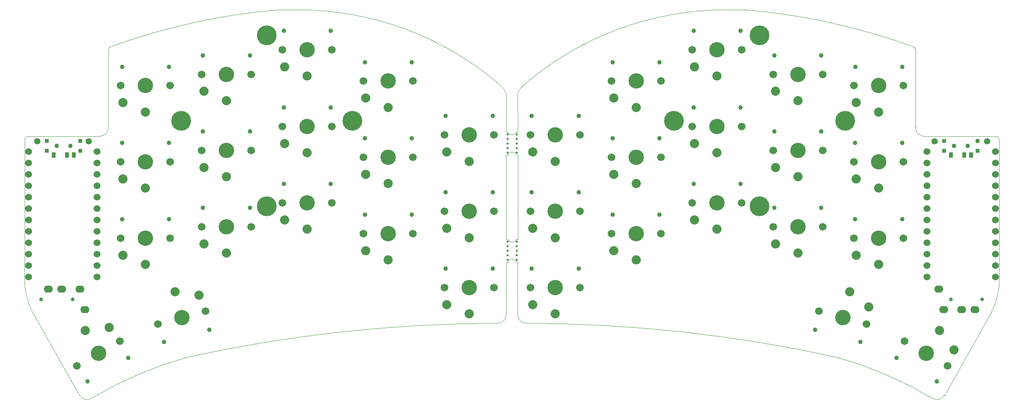
<source format=gbs>
%TF.GenerationSoftware,KiCad,Pcbnew,(6.0.4)*%
%TF.CreationDate,2022-04-16T22:52:17+02:00*%
%TF.ProjectId,sweepv2.1-julien,73776565-7076-4322-9e31-2d6a756c6965,rev?*%
%TF.SameCoordinates,Original*%
%TF.FileFunction,Soldermask,Bot*%
%TF.FilePolarity,Negative*%
%FSLAX46Y46*%
G04 Gerber Fmt 4.6, Leading zero omitted, Abs format (unit mm)*
G04 Created by KiCad (PCBNEW (6.0.4)) date 2022-04-16 22:52:17*
%MOMM*%
%LPD*%
G01*
G04 APERTURE LIST*
%TA.AperFunction,Profile*%
%ADD10C,0.050000*%
%TD*%
%ADD11C,1.524000*%
%ADD12C,0.800000*%
%ADD13O,2.000000X1.600000*%
%ADD14C,1.701800*%
%ADD15C,0.990600*%
%ADD16C,3.429000*%
%ADD17C,2.032000*%
%ADD18C,0.500000*%
%ADD19C,4.400000*%
%ADD20C,1.397000*%
%ADD21C,1.000000*%
%ADD22R,0.900000X0.900000*%
%ADD23R,0.900000X1.250000*%
G04 APERTURE END LIST*
D10*
X131508500Y-77724000D02*
X131506000Y-89547024D01*
X219998001Y-47763999D02*
X219998045Y-30439419D01*
X223714000Y-108050000D02*
G75*
G03*
X226446000Y-107451265I1070000J1650000D01*
G01*
X219998002Y-47763999D02*
G75*
G03*
X222033002Y-49694917I1999998J69999D01*
G01*
X219563295Y-29758875D02*
G75*
G03*
X182067777Y-21502679I-49442795J-135273425D01*
G01*
X178120389Y-21508122D02*
G75*
G03*
X132892692Y-38264646I-253989J-68729978D01*
G01*
X238688000Y-50442000D02*
G75*
G03*
X237938000Y-49692000I-750000J0D01*
G01*
X132893000Y-38265000D02*
G75*
G03*
X131466055Y-40278702I2445000J-3245000D01*
G01*
X131506294Y-89547021D02*
G75*
G03*
X133544000Y-91383119I1978006J146421D01*
G01*
X219998002Y-30439419D02*
G75*
G03*
X219563290Y-29758889I-750002J19D01*
G01*
X223714000Y-108050000D02*
G75*
G03*
X202185134Y-98863946I-44316000J-74040000D01*
G01*
X222033002Y-49694917D02*
X237938000Y-49692000D01*
X202185136Y-98863939D02*
G75*
G03*
X133544000Y-91383119I-69219136J-316475461D01*
G01*
X238688000Y-58420000D02*
X238688000Y-66548000D01*
X236953304Y-88858150D02*
X226446000Y-107451265D01*
X236953327Y-88858162D02*
G75*
G03*
X238700000Y-81534000I-15027227J7454062D01*
G01*
X182067777Y-21502679D02*
X178120389Y-21508139D01*
X238688000Y-50442000D02*
X238688000Y-58420000D01*
X131466055Y-40278702D02*
X131572000Y-48768000D01*
X129349500Y-48768000D02*
X128960000Y-48768000D01*
X238688000Y-66548000D02*
X238688000Y-75438000D01*
X238688000Y-75438000D02*
X238700000Y-81534000D01*
X129349500Y-72644000D02*
X128960000Y-72644000D01*
X129349500Y-53848000D02*
X128960000Y-53848000D01*
X129349500Y-77724000D02*
X128960000Y-77724000D01*
X131572000Y-53848000D02*
X131572000Y-72644000D01*
X78412223Y-21502679D02*
X82613611Y-21508139D01*
X21792000Y-50442000D02*
X21792000Y-58420000D01*
X128960000Y-77724000D02*
X128975507Y-89545022D01*
X129013945Y-40278702D02*
G75*
G03*
X127587000Y-38265000I-3871945J-1231298D01*
G01*
X126936000Y-91383122D02*
G75*
G03*
X128975507Y-89545022I59500J1984522D01*
G01*
X40481999Y-47763999D02*
X40481955Y-30439419D01*
X21792000Y-66548000D02*
X21792000Y-73914000D01*
X23526696Y-88858150D02*
X34034000Y-107451265D01*
X38446998Y-49694918D02*
G75*
G03*
X40481999Y-47763999I35002J2000918D01*
G01*
X78412223Y-21502678D02*
G75*
G03*
X40916710Y-29758889I11947327J-143529582D01*
G01*
X126936000Y-91383119D02*
G75*
G03*
X58294866Y-98863946I578050J-323956411D01*
G01*
X21779999Y-81534000D02*
G75*
G03*
X23526696Y-88858150I16773851J129950D01*
G01*
X22542000Y-49692000D02*
G75*
G03*
X21792000Y-50442000I0J-750000D01*
G01*
X38446998Y-49694917D02*
X22542000Y-49692000D01*
X21792000Y-58420000D02*
X21792000Y-66548000D01*
X40916692Y-29758850D02*
G75*
G03*
X40481955Y-30439419I315308J-680550D01*
G01*
X34034000Y-107451265D02*
G75*
G03*
X36766000Y-108050000I1662000J1051265D01*
G01*
X127586989Y-38265013D02*
G75*
G03*
X82613611Y-21508139I-44973389J-51973087D01*
G01*
X58294866Y-98863946D02*
G75*
G03*
X36766000Y-108050000I22787134J-83226054D01*
G01*
X21792000Y-73914000D02*
X21780000Y-81534000D01*
X128960000Y-53848000D02*
X128960000Y-72644000D01*
X129013945Y-40278702D02*
X128960000Y-48768000D01*
X131572000Y-72644000D02*
X131254500Y-72644000D01*
X129349501Y-48767999D02*
G75*
G03*
X131254499Y-48768000I952499J380999D01*
G01*
X131254499Y-77724001D02*
G75*
G03*
X129349501Y-77724000I-952499J-380999D01*
G01*
X131254499Y-53848001D02*
G75*
G03*
X129349501Y-53848000I-952499J-380999D01*
G01*
X131572000Y-48768000D02*
X131254500Y-48768000D01*
X129349501Y-72643999D02*
G75*
G03*
X131254499Y-72644000I952499J380999D01*
G01*
X131508500Y-77724000D02*
X131254500Y-77724000D01*
X131572000Y-53848000D02*
X131254500Y-53848000D01*
D11*
%TO.C,U1*%
X237789400Y-53086000D03*
X237789400Y-55626000D03*
X237789400Y-58166000D03*
X237789400Y-60706000D03*
X237789400Y-63246000D03*
X237789400Y-65786000D03*
X237789400Y-68326000D03*
X237789400Y-70866000D03*
X237789400Y-73406000D03*
X237789400Y-75946000D03*
X237789400Y-78486000D03*
X237789400Y-81026000D03*
X222569400Y-81026000D03*
X222569400Y-78486000D03*
X222569400Y-75946000D03*
X222569400Y-73406000D03*
X222569400Y-70866000D03*
X222569400Y-68326000D03*
X222569400Y-65786000D03*
X222569400Y-63246000D03*
X222569400Y-60706000D03*
X222569400Y-58166000D03*
X222569400Y-55626000D03*
X222569400Y-53086000D03*
%TD*%
D12*
%TO.C,J2*%
X227874000Y-86052000D03*
X234874000Y-86052000D03*
D13*
X230274000Y-88352000D03*
X233274000Y-88352000D03*
X225174000Y-83752000D03*
X226274000Y-88352000D03*
%TD*%
D14*
%TO.C,SW16*%
X181356000Y-64516000D03*
D15*
X181076000Y-60316000D03*
D16*
X175856000Y-64516000D03*
D15*
X170636000Y-60316000D03*
D14*
X170356000Y-64516000D03*
D17*
X175856000Y-70416000D03*
X170856000Y-68316000D03*
%TD*%
D16*
%TO.C,SW20*%
X222386000Y-98082000D03*
D15*
X224806653Y-104329307D03*
D14*
X227149140Y-100832000D03*
X217622860Y-95332000D03*
D15*
X215765347Y-99109307D03*
D17*
X225336000Y-92972450D03*
X228616127Y-97291103D03*
%TD*%
D16*
%TO.C,SW15*%
X157856000Y-71374000D03*
D14*
X152356000Y-71374000D03*
D15*
X163076000Y-67174000D03*
X152636000Y-67174000D03*
D14*
X163356000Y-71374000D03*
D17*
X157856000Y-77274000D03*
X152856000Y-75174000D03*
%TD*%
D15*
%TO.C,SW21*%
X207781093Y-95489924D03*
D14*
X198513408Y-88658495D03*
X209138592Y-91505505D03*
D16*
X203826000Y-90082000D03*
D15*
X197696827Y-92787853D03*
D17*
X205353032Y-84383038D03*
X209639142Y-87705577D03*
%TD*%
D14*
%TO.C,SW17*%
X199356000Y-69850000D03*
D15*
X199076000Y-65650000D03*
D16*
X193856000Y-69850000D03*
D14*
X188356000Y-69850000D03*
D15*
X188636000Y-65650000D03*
D17*
X193856000Y-75750000D03*
X188856000Y-73650000D03*
%TD*%
D16*
%TO.C,SW18*%
X211836000Y-72390000D03*
D14*
X206336000Y-72390000D03*
X217336000Y-72390000D03*
D15*
X217056000Y-68190000D03*
X206616000Y-68190000D03*
D17*
X211836000Y-78290000D03*
X206836000Y-76190000D03*
%TD*%
D15*
%TO.C,SW4*%
X170636000Y-26182000D03*
D14*
X170356000Y-30382000D03*
X181356000Y-30382000D03*
D16*
X175856000Y-30382000D03*
D15*
X181076000Y-26182000D03*
D17*
X175856000Y-36282000D03*
X170856000Y-34182000D03*
%TD*%
D14*
%TO.C,SW3*%
X152356000Y-37382000D03*
X163356000Y-37382000D03*
D15*
X163076000Y-33182000D03*
D16*
X157856000Y-37382000D03*
D15*
X152636000Y-33182000D03*
D17*
X157856000Y-43282000D03*
X152856000Y-41182000D03*
%TD*%
D14*
%TO.C,SW9*%
X163356000Y-54356000D03*
D16*
X157856000Y-54356000D03*
D15*
X152636000Y-50156000D03*
X163076000Y-50156000D03*
D14*
X152356000Y-54356000D03*
D17*
X157856000Y-60256000D03*
X152856000Y-58156000D03*
%TD*%
D15*
%TO.C,SW14*%
X134636000Y-79182000D03*
D14*
X145356000Y-83382000D03*
X134356000Y-83382000D03*
D16*
X139856000Y-83382000D03*
D15*
X145076000Y-79182000D03*
D17*
X139856000Y-89282000D03*
X134856000Y-87182000D03*
%TD*%
D14*
%TO.C,SW12*%
X206336000Y-55372000D03*
D15*
X206616000Y-51172000D03*
X217056000Y-51172000D03*
D14*
X217336000Y-55372000D03*
D16*
X211836000Y-55372000D03*
D17*
X211836000Y-61272000D03*
X206836000Y-59172000D03*
%TD*%
D14*
%TO.C,SW11*%
X188356000Y-52832000D03*
X199356000Y-52832000D03*
D15*
X188636000Y-48632000D03*
D16*
X193856000Y-52832000D03*
D15*
X199076000Y-48632000D03*
D17*
X193856000Y-58732000D03*
X188856000Y-56632000D03*
%TD*%
D14*
%TO.C,SW8*%
X134356000Y-66382000D03*
D16*
X139856000Y-66382000D03*
D14*
X145356000Y-66382000D03*
D15*
X145076000Y-62182000D03*
X134636000Y-62182000D03*
D17*
X139856000Y-72282000D03*
X134856000Y-70182000D03*
%TD*%
D16*
%TO.C,SW6*%
X211856000Y-38382000D03*
D15*
X206636000Y-34182000D03*
X217076000Y-34182000D03*
D14*
X206356000Y-38382000D03*
X217356000Y-38382000D03*
D17*
X211856000Y-44282000D03*
X206856000Y-42182000D03*
%TD*%
D14*
%TO.C,SW5*%
X199356000Y-35882000D03*
D16*
X193856000Y-35882000D03*
D15*
X199076000Y-31682000D03*
X188636000Y-31682000D03*
D14*
X188356000Y-35882000D03*
D17*
X193856000Y-41782000D03*
X188856000Y-39682000D03*
%TD*%
D14*
%TO.C,SW2*%
X145356000Y-49382000D03*
D16*
X139856000Y-49382000D03*
D14*
X134356000Y-49382000D03*
D15*
X134636000Y-45182000D03*
X145076000Y-45182000D03*
D17*
X139856000Y-55282000D03*
X134856000Y-53182000D03*
%TD*%
D18*
%TO.C,mouse-bite-2mm-slot*%
X131318000Y-51308000D03*
X131318000Y-53340000D03*
X129286000Y-53340000D03*
X129286000Y-52324000D03*
X129286000Y-51308000D03*
X131318000Y-49276000D03*
X131318000Y-52324000D03*
X129286000Y-50292000D03*
X129286000Y-49276000D03*
X131318000Y-50292000D03*
%TD*%
%TO.C,mouse-bite-2mm-slot*%
X131318000Y-76200000D03*
X131318000Y-73152000D03*
X129286000Y-73152000D03*
X129286000Y-74168000D03*
X129286000Y-75184000D03*
X131318000Y-74168000D03*
X129286000Y-76200000D03*
X129286000Y-77216000D03*
X131318000Y-75184000D03*
X131318000Y-77216000D03*
%TD*%
D16*
%TO.C,SW10*%
X175856000Y-47498000D03*
D14*
X170356000Y-47498000D03*
X181356000Y-47498000D03*
D15*
X181076000Y-43298000D03*
X170636000Y-43298000D03*
D17*
X175856000Y-53398000D03*
X170856000Y-51298000D03*
%TD*%
D19*
%TO.C,REF\u002A\u002A*%
X166306000Y-46282000D03*
X204406000Y-46282000D03*
X185356000Y-65332000D03*
X185356000Y-27232000D03*
%TD*%
D20*
%TO.C,Bat+r1*%
X235966000Y-50800000D03*
%TD*%
%TO.C,BatGND1*%
X224282000Y-50800000D03*
%TD*%
D11*
%TO.C,U2*%
X37937400Y-53086000D03*
X37937400Y-55626000D03*
X37937400Y-58166000D03*
X37937400Y-60706000D03*
X37937400Y-63246000D03*
X37937400Y-65786000D03*
X37937400Y-68326000D03*
X37937400Y-70866000D03*
X37937400Y-73406000D03*
X37937400Y-75946000D03*
X37937400Y-78486000D03*
X37937400Y-81026000D03*
X22717400Y-81026000D03*
X22717400Y-78486000D03*
X22717400Y-75946000D03*
X22717400Y-73406000D03*
X22717400Y-70866000D03*
X22717400Y-68326000D03*
X22717400Y-65786000D03*
X22717400Y-63246000D03*
X22717400Y-60706000D03*
X22717400Y-58166000D03*
X22717400Y-55626000D03*
X22717400Y-53086000D03*
%TD*%
D12*
%TO.C,J1*%
X25476000Y-86052000D03*
X32476000Y-86052000D03*
D13*
X30076000Y-83752000D03*
X27076000Y-83752000D03*
X35176000Y-88352000D03*
X34076000Y-83752000D03*
%TD*%
D16*
%TO.C,SW17_r1*%
X48686000Y-72390000D03*
D15*
X43466000Y-68190000D03*
D14*
X43186000Y-72390000D03*
X54186000Y-72390000D03*
D15*
X53906000Y-68190000D03*
D17*
X48686000Y-78290000D03*
X43686000Y-76190000D03*
%TD*%
D15*
%TO.C,SW11_r1*%
X71920000Y-48632000D03*
X61480000Y-48632000D03*
D14*
X61200000Y-52832000D03*
D16*
X66700000Y-52832000D03*
D14*
X72200000Y-52832000D03*
D17*
X66700000Y-58732000D03*
X61700000Y-56632000D03*
%TD*%
D15*
%TO.C,SW15_r1*%
X89908000Y-60316000D03*
D14*
X79188000Y-64516000D03*
X90188000Y-64516000D03*
D16*
X84688000Y-64516000D03*
D15*
X79468000Y-60316000D03*
D17*
X84688000Y-70416000D03*
X79688000Y-68316000D03*
%TD*%
D15*
%TO.C,SW18_r1*%
X107934000Y-67174000D03*
D16*
X102714000Y-71374000D03*
D14*
X97214000Y-71374000D03*
X108214000Y-71374000D03*
D15*
X97494000Y-67174000D03*
D17*
X102714000Y-77274000D03*
X97714000Y-75174000D03*
%TD*%
D14*
%TO.C,SW6_r1*%
X54186000Y-38382000D03*
D15*
X43466000Y-34182000D03*
X53906000Y-34182000D03*
D14*
X43186000Y-38382000D03*
D16*
X48686000Y-38382000D03*
D17*
X48686000Y-44282000D03*
X43686000Y-42182000D03*
%TD*%
D15*
%TO.C,SW5_r1*%
X61480000Y-31682000D03*
D14*
X61200000Y-35882000D03*
D16*
X66700000Y-35882000D03*
D15*
X71920000Y-31682000D03*
D14*
X72200000Y-35882000D03*
D17*
X66700000Y-41782000D03*
X61700000Y-39682000D03*
%TD*%
D14*
%TO.C,SW2_r1*%
X115232000Y-49382000D03*
D15*
X115512000Y-45182000D03*
X125952000Y-45182000D03*
D16*
X120732000Y-49382000D03*
D14*
X126232000Y-49382000D03*
D17*
X120732000Y-55282000D03*
X115732000Y-53182000D03*
%TD*%
D14*
%TO.C,SW16_r1*%
X61200000Y-69850000D03*
X72200000Y-69850000D03*
D15*
X61480000Y-65650000D03*
D16*
X66700000Y-69850000D03*
D15*
X71920000Y-65650000D03*
D17*
X66700000Y-75750000D03*
X61700000Y-73650000D03*
%TD*%
D14*
%TO.C,SW4_r1*%
X90188000Y-30382000D03*
X79188000Y-30382000D03*
D16*
X84688000Y-30382000D03*
D15*
X89908000Y-26182000D03*
X79468000Y-26182000D03*
D17*
X84688000Y-36282000D03*
X79688000Y-34182000D03*
%TD*%
D15*
%TO.C,SW13_r1*%
X125952000Y-79182000D03*
D16*
X120732000Y-83382000D03*
D15*
X115512000Y-79182000D03*
D14*
X115232000Y-83382000D03*
X126232000Y-83382000D03*
D17*
X120732000Y-89282000D03*
X115732000Y-87182000D03*
%TD*%
D15*
%TO.C,SW12_r1*%
X53906000Y-51172000D03*
D14*
X54186000Y-55372000D03*
D15*
X43466000Y-51172000D03*
D14*
X43186000Y-55372000D03*
D16*
X48686000Y-55372000D03*
D17*
X48686000Y-61272000D03*
X43686000Y-59172000D03*
%TD*%
D15*
%TO.C,SW3_r1*%
X107934000Y-33182000D03*
D16*
X102714000Y-37382000D03*
D15*
X97494000Y-33182000D03*
D14*
X97214000Y-37382000D03*
X108214000Y-37382000D03*
D17*
X102714000Y-43282000D03*
X97714000Y-41182000D03*
%TD*%
D16*
%TO.C,SW8_r1*%
X102714000Y-54356000D03*
D14*
X108214000Y-54356000D03*
D15*
X107934000Y-50156000D03*
X97494000Y-50156000D03*
D14*
X97214000Y-54356000D03*
D17*
X102714000Y-60256000D03*
X97714000Y-58156000D03*
%TD*%
D14*
%TO.C,SW21_r1*%
X51465408Y-91505505D03*
D15*
X62907173Y-92787853D03*
D16*
X56778000Y-90082000D03*
D15*
X52822907Y-95489924D03*
D14*
X62090592Y-88658495D03*
D17*
X55250968Y-84383038D03*
X60624117Y-85117387D03*
%TD*%
D16*
%TO.C,SW9_r1*%
X84688000Y-47498000D03*
D15*
X79468000Y-43298000D03*
D14*
X79188000Y-47498000D03*
X90188000Y-47498000D03*
D15*
X89908000Y-43298000D03*
D17*
X84688000Y-53398000D03*
X79688000Y-51298000D03*
%TD*%
D14*
%TO.C,SW20_r1*%
X33454860Y-100832000D03*
X42981140Y-95332000D03*
D15*
X44838653Y-99109307D03*
X35797347Y-104329307D03*
D16*
X38218000Y-98082000D03*
D17*
X35268000Y-92972450D03*
X40648127Y-92291103D03*
%TD*%
D15*
%TO.C,SW7_r1*%
X115512000Y-62182000D03*
X125952000Y-62182000D03*
D14*
X126232000Y-66382000D03*
D16*
X120732000Y-66382000D03*
D14*
X115232000Y-66382000D03*
D17*
X120732000Y-72282000D03*
X115732000Y-70182000D03*
%TD*%
D19*
%TO.C,REF\u002A\u002A*%
X94742000Y-46282000D03*
X75692000Y-65332000D03*
X56642000Y-46282000D03*
X75692000Y-27232000D03*
%TD*%
D20*
%TO.C,BatGND4*%
X36068000Y-50800000D03*
%TD*%
%TO.C,Bat+1*%
X24638000Y-50800000D03*
%TD*%
D21*
%TO.C,SW_POWERR1*%
X228624000Y-51816000D03*
X231624000Y-51816000D03*
D22*
X226424000Y-50716000D03*
X226424000Y-52916000D03*
X233824000Y-52916000D03*
X233824000Y-50716000D03*
D23*
X227874000Y-53891000D03*
X230874000Y-53891000D03*
X232374000Y-53891000D03*
%TD*%
D21*
%TO.C,SW_POWER1*%
X31980000Y-51816000D03*
X28980000Y-51816000D03*
D22*
X26780000Y-52916000D03*
X34180000Y-50716000D03*
X34180000Y-52916000D03*
X26780000Y-50716000D03*
D23*
X28230000Y-53891000D03*
X31230000Y-53891000D03*
X32730000Y-53891000D03*
%TD*%
M02*

</source>
